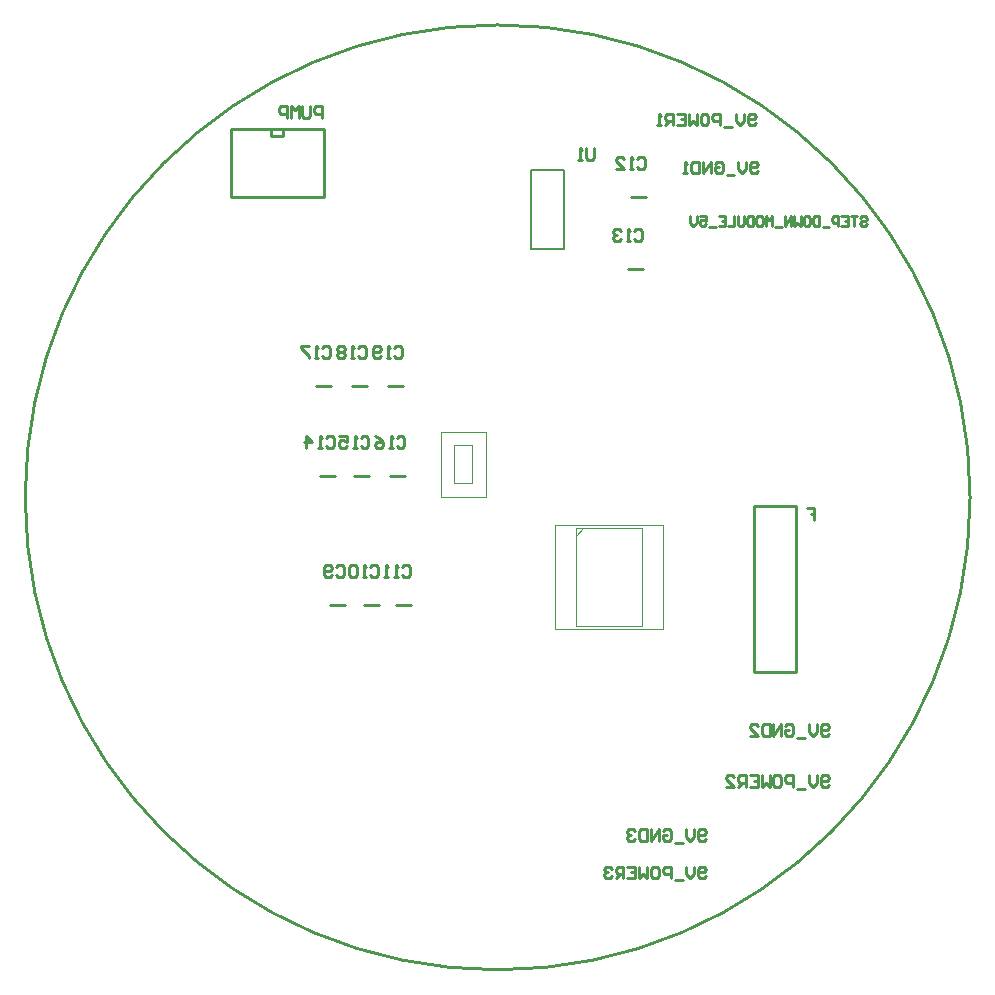
<source format=gbo>
G04*
G04 #@! TF.GenerationSoftware,Altium Limited,Altium Designer,18.1.7 (191)*
G04*
G04 Layer_Color=32896*
%FSLAX25Y25*%
%MOIN*%
G70*
G01*
G75*
%ADD10C,0.00394*%
%ADD11C,0.01000*%
%ADD13C,0.00787*%
%ADD14C,0.00197*%
D10*
X429047Y324799D02*
X434953D01*
Y312201D02*
Y324799D01*
X429047Y312201D02*
X434953D01*
X429047D02*
Y324799D01*
X469476Y297339D02*
X491524D01*
Y264661D02*
Y297339D01*
X469476Y264661D02*
X491524D01*
X469476D02*
Y297339D01*
Y294779D02*
X472035Y297339D01*
X424520Y329327D02*
X439480D01*
X424520Y307673D02*
Y329327D01*
Y307673D02*
X439480D01*
Y329327D01*
D11*
X488000Y407500D02*
X493000D01*
X487000Y383500D02*
X492000D01*
X407721Y314500D02*
X412720D01*
X409500Y271500D02*
X414500D01*
X399000D02*
X404000D01*
X387500D02*
X392500D01*
X395721Y314500D02*
X400721D01*
X384221D02*
X389220D01*
X407000Y344500D02*
X412000D01*
X395000D02*
X400000D01*
X383000D02*
X388000D01*
X372000Y428000D02*
Y430417D01*
X368032Y428000D02*
Y430417D01*
X371969Y428000D02*
X372000D01*
X368032D02*
X371969D01*
X356221Y430417D02*
X383780D01*
X356221Y407583D02*
X383780D01*
Y430417D02*
X385500D01*
Y407583D02*
Y430417D01*
X383780Y407583D02*
X385500D01*
X354500D02*
X356221D01*
X354500D02*
Y430417D01*
X356221D01*
X529000Y249441D02*
X543000D01*
X537750Y304559D02*
X541250D01*
X543000Y249441D02*
Y304559D01*
X529000Y249441D02*
Y304559D01*
X537750D01*
X541250D02*
X543000D01*
X475500Y424036D02*
Y420756D01*
X474844Y420100D01*
X473532D01*
X472876Y420756D01*
Y424036D01*
X471564Y420100D02*
X470252D01*
X470908D01*
Y424036D01*
X471564Y423380D01*
X564401Y400624D02*
X564926Y401149D01*
X565975D01*
X566500Y400624D01*
Y400099D01*
X565975Y399574D01*
X564926D01*
X564401Y399049D01*
Y398525D01*
X564926Y398000D01*
X565975D01*
X566500Y398525D01*
X563351Y401149D02*
X561252D01*
X562302D01*
Y398000D01*
X558104Y401149D02*
X560203D01*
Y398000D01*
X558104D01*
X560203Y399574D02*
X559153D01*
X557054Y398000D02*
Y401149D01*
X555480D01*
X554955Y400624D01*
Y399574D01*
X555480Y399049D01*
X557054D01*
X553906Y397475D02*
X551807D01*
X550757Y401149D02*
Y398000D01*
X549183D01*
X548658Y398525D01*
Y400624D01*
X549183Y401149D01*
X550757D01*
X546034D02*
X547084D01*
X547609Y400624D01*
Y398525D01*
X547084Y398000D01*
X546034D01*
X545509Y398525D01*
Y400624D01*
X546034Y401149D01*
X544460D02*
Y398000D01*
X543410Y399049D01*
X542361Y398000D01*
Y401149D01*
X541311Y398000D02*
Y401149D01*
X539212Y398000D01*
Y401149D01*
X538163Y397475D02*
X536064D01*
X535014Y398000D02*
Y401149D01*
X533965Y400099D01*
X532915Y401149D01*
Y398000D01*
X530291Y401149D02*
X531341D01*
X531866Y400624D01*
Y398525D01*
X531341Y398000D01*
X530291D01*
X529766Y398525D01*
Y400624D01*
X530291Y401149D01*
X528717D02*
Y398000D01*
X527143D01*
X526618Y398525D01*
Y400624D01*
X527143Y401149D01*
X528717D01*
X525568D02*
Y398525D01*
X525044Y398000D01*
X523994D01*
X523469Y398525D01*
Y401149D01*
X522420D02*
Y398000D01*
X520321D01*
X517172Y401149D02*
X519271D01*
Y398000D01*
X517172D01*
X519271Y399574D02*
X518222D01*
X516123Y397475D02*
X514023D01*
X510875Y401149D02*
X512974D01*
Y399574D01*
X511924Y400099D01*
X511400D01*
X510875Y399574D01*
Y398525D01*
X511400Y398000D01*
X512449D01*
X512974Y398525D01*
X509825Y401149D02*
Y399049D01*
X508776Y398000D01*
X507726Y399049D01*
Y401149D01*
X385000Y433900D02*
Y437836D01*
X383032D01*
X382376Y437180D01*
Y435868D01*
X383032Y435212D01*
X385000D01*
X381064Y437836D02*
Y434556D01*
X380408Y433900D01*
X379096D01*
X378440Y434556D01*
Y437836D01*
X377129Y433900D02*
Y437836D01*
X375817Y436524D01*
X374505Y437836D01*
Y433900D01*
X373193D02*
Y437836D01*
X371225D01*
X370569Y437180D01*
Y435868D01*
X371225Y435212D01*
X373193D01*
X546476Y304036D02*
X549100D01*
Y302068D01*
X547788D01*
X549100D01*
Y300100D01*
X409076Y357280D02*
X409732Y357936D01*
X411044D01*
X411700Y357280D01*
Y354656D01*
X411044Y354000D01*
X409732D01*
X409076Y354656D01*
X407764Y354000D02*
X406452D01*
X407108D01*
Y357936D01*
X407764Y357280D01*
X404485Y354656D02*
X403829Y354000D01*
X402517D01*
X401861Y354656D01*
Y357280D01*
X402517Y357936D01*
X403829D01*
X404485Y357280D01*
Y356624D01*
X403829Y355968D01*
X401861D01*
X397076Y357280D02*
X397732Y357936D01*
X399044D01*
X399700Y357280D01*
Y354656D01*
X399044Y354000D01*
X397732D01*
X397076Y354656D01*
X395764Y354000D02*
X394452D01*
X395108D01*
Y357936D01*
X395764Y357280D01*
X392484D02*
X391829Y357936D01*
X390517D01*
X389861Y357280D01*
Y356624D01*
X390517Y355968D01*
X389861Y355312D01*
Y354656D01*
X390517Y354000D01*
X391829D01*
X392484Y354656D01*
Y355312D01*
X391829Y355968D01*
X392484Y356624D01*
Y357280D01*
X391829Y355968D02*
X390517D01*
X385076Y357280D02*
X385732Y357936D01*
X387044D01*
X387700Y357280D01*
Y354656D01*
X387044Y354000D01*
X385732D01*
X385076Y354656D01*
X383764Y354000D02*
X382452D01*
X383108D01*
Y357936D01*
X383764Y357280D01*
X380485Y357936D02*
X377861D01*
Y357280D01*
X380485Y354656D01*
Y354000D01*
X409797Y327280D02*
X410453Y327936D01*
X411765D01*
X412421Y327280D01*
Y324656D01*
X411765Y324000D01*
X410453D01*
X409797Y324656D01*
X408485Y324000D02*
X407173D01*
X407829D01*
Y327936D01*
X408485Y327280D01*
X402581Y327936D02*
X403893Y327280D01*
X405205Y325968D01*
Y324656D01*
X404549Y324000D01*
X403237D01*
X402581Y324656D01*
Y325312D01*
X403237Y325968D01*
X405205D01*
X397797Y327280D02*
X398453Y327936D01*
X399765D01*
X400421Y327280D01*
Y324656D01*
X399765Y324000D01*
X398453D01*
X397797Y324656D01*
X396485Y324000D02*
X395173D01*
X395829D01*
Y327936D01*
X396485Y327280D01*
X390581Y327936D02*
X393205D01*
Y325968D01*
X391893Y326624D01*
X391237D01*
X390581Y325968D01*
Y324656D01*
X391237Y324000D01*
X392549D01*
X393205Y324656D01*
X386297Y327280D02*
X386953Y327936D01*
X388265D01*
X388920Y327280D01*
Y324656D01*
X388265Y324000D01*
X386953D01*
X386297Y324656D01*
X384985Y324000D02*
X383673D01*
X384329D01*
Y327936D01*
X384985Y327280D01*
X379737Y324000D02*
Y327936D01*
X381705Y325968D01*
X379081D01*
X489076Y396280D02*
X489732Y396936D01*
X491044D01*
X491700Y396280D01*
Y393656D01*
X491044Y393000D01*
X489732D01*
X489076Y393656D01*
X487764Y393000D02*
X486452D01*
X487108D01*
Y396936D01*
X487764Y396280D01*
X484484D02*
X483828Y396936D01*
X482517D01*
X481861Y396280D01*
Y395624D01*
X482517Y394968D01*
X483173D01*
X482517D01*
X481861Y394312D01*
Y393656D01*
X482517Y393000D01*
X483828D01*
X484484Y393656D01*
X490076Y420280D02*
X490732Y420936D01*
X492044D01*
X492700Y420280D01*
Y417656D01*
X492044Y417000D01*
X490732D01*
X490076Y417656D01*
X488764Y417000D02*
X487452D01*
X488108D01*
Y420936D01*
X488764Y420280D01*
X482861Y417000D02*
X485485D01*
X482861Y419624D01*
Y420280D01*
X483517Y420936D01*
X484829D01*
X485485Y420280D01*
X411576Y284280D02*
X412232Y284936D01*
X413544D01*
X414200Y284280D01*
Y281656D01*
X413544Y281000D01*
X412232D01*
X411576Y281656D01*
X410264Y281000D02*
X408952D01*
X409608D01*
Y284936D01*
X410264Y284280D01*
X406985Y281000D02*
X405673D01*
X406328D01*
Y284936D01*
X406985Y284280D01*
X401076D02*
X401732Y284936D01*
X403044D01*
X403700Y284280D01*
Y281656D01*
X403044Y281000D01*
X401732D01*
X401076Y281656D01*
X399764Y281000D02*
X398452D01*
X399108D01*
Y284936D01*
X399764Y284280D01*
X396484D02*
X395829Y284936D01*
X394517D01*
X393861Y284280D01*
Y281656D01*
X394517Y281000D01*
X395829D01*
X396484Y281656D01*
Y284280D01*
X389576D02*
X390232Y284936D01*
X391544D01*
X392200Y284280D01*
Y281656D01*
X391544Y281000D01*
X390232D01*
X389576Y281656D01*
X388264D02*
X387608Y281000D01*
X386296D01*
X385640Y281656D01*
Y284280D01*
X386296Y284936D01*
X387608D01*
X388264Y284280D01*
Y283624D01*
X387608Y282968D01*
X385640D01*
X513000Y181156D02*
X512344Y180500D01*
X511032D01*
X510376Y181156D01*
Y183780D01*
X511032Y184436D01*
X512344D01*
X513000Y183780D01*
Y183124D01*
X512344Y182468D01*
X510376D01*
X509064Y184436D02*
Y181812D01*
X507752Y180500D01*
X506440Y181812D01*
Y184436D01*
X505128Y179844D02*
X502505D01*
X501193Y180500D02*
Y184436D01*
X499225D01*
X498569Y183780D01*
Y182468D01*
X499225Y181812D01*
X501193D01*
X495289Y184436D02*
X496601D01*
X497257Y183780D01*
Y181156D01*
X496601Y180500D01*
X495289D01*
X494633Y181156D01*
Y183780D01*
X495289Y184436D01*
X493321D02*
Y180500D01*
X492009Y181812D01*
X490697Y180500D01*
Y184436D01*
X486762D02*
X489386D01*
Y180500D01*
X486762D01*
X489386Y182468D02*
X488074D01*
X485450Y180500D02*
Y184436D01*
X483482D01*
X482826Y183780D01*
Y182468D01*
X483482Y181812D01*
X485450D01*
X484138D02*
X482826Y180500D01*
X481514Y183780D02*
X480858Y184436D01*
X479546D01*
X478890Y183780D01*
Y183124D01*
X479546Y182468D01*
X480202D01*
X479546D01*
X478890Y181812D01*
Y181156D01*
X479546Y180500D01*
X480858D01*
X481514Y181156D01*
X553800Y211656D02*
X553144Y211000D01*
X551832D01*
X551176Y211656D01*
Y214280D01*
X551832Y214936D01*
X553144D01*
X553800Y214280D01*
Y213624D01*
X553144Y212968D01*
X551176D01*
X549864Y214936D02*
Y212312D01*
X548552Y211000D01*
X547240Y212312D01*
Y214936D01*
X545928Y210344D02*
X543305D01*
X541993Y211000D02*
Y214936D01*
X540025D01*
X539369Y214280D01*
Y212968D01*
X540025Y212312D01*
X541993D01*
X536089Y214936D02*
X537401D01*
X538057Y214280D01*
Y211656D01*
X537401Y211000D01*
X536089D01*
X535433Y211656D01*
Y214280D01*
X536089Y214936D01*
X534121D02*
Y211000D01*
X532809Y212312D01*
X531497Y211000D01*
Y214936D01*
X527562D02*
X530186D01*
Y211000D01*
X527562D01*
X530186Y212968D02*
X528874D01*
X526250Y211000D02*
Y214936D01*
X524282D01*
X523626Y214280D01*
Y212968D01*
X524282Y212312D01*
X526250D01*
X524938D02*
X523626Y211000D01*
X519690D02*
X522314D01*
X519690Y213624D01*
Y214280D01*
X520346Y214936D01*
X521658D01*
X522314Y214280D01*
X529500Y432156D02*
X528844Y431500D01*
X527532D01*
X526876Y432156D01*
Y434780D01*
X527532Y435436D01*
X528844D01*
X529500Y434780D01*
Y434124D01*
X528844Y433468D01*
X526876D01*
X525564Y435436D02*
Y432812D01*
X524252Y431500D01*
X522940Y432812D01*
Y435436D01*
X521629Y430844D02*
X519005D01*
X517693Y431500D02*
Y435436D01*
X515725D01*
X515069Y434780D01*
Y433468D01*
X515725Y432812D01*
X517693D01*
X511789Y435436D02*
X513101D01*
X513757Y434780D01*
Y432156D01*
X513101Y431500D01*
X511789D01*
X511133Y432156D01*
Y434780D01*
X511789Y435436D01*
X509821D02*
Y431500D01*
X508509Y432812D01*
X507198Y431500D01*
Y435436D01*
X503262D02*
X505886D01*
Y431500D01*
X503262D01*
X505886Y433468D02*
X504574D01*
X501950Y431500D02*
Y435436D01*
X499982D01*
X499326Y434780D01*
Y433468D01*
X499982Y432812D01*
X501950D01*
X500638D02*
X499326Y431500D01*
X498014D02*
X496702D01*
X497358D01*
Y435436D01*
X498014Y434780D01*
X513000Y193656D02*
X512344Y193000D01*
X511032D01*
X510376Y193656D01*
Y196280D01*
X511032Y196936D01*
X512344D01*
X513000Y196280D01*
Y195624D01*
X512344Y194968D01*
X510376D01*
X509064Y196936D02*
Y194312D01*
X507752Y193000D01*
X506440Y194312D01*
Y196936D01*
X505128Y192344D02*
X502505D01*
X498569Y196280D02*
X499225Y196936D01*
X500537D01*
X501193Y196280D01*
Y193656D01*
X500537Y193000D01*
X499225D01*
X498569Y193656D01*
Y194968D01*
X499881D01*
X497257Y193000D02*
Y196936D01*
X494633Y193000D01*
Y196936D01*
X493321D02*
Y193000D01*
X491353D01*
X490697Y193656D01*
Y196280D01*
X491353Y196936D01*
X493321D01*
X489386Y196280D02*
X488730Y196936D01*
X487418D01*
X486762Y196280D01*
Y195624D01*
X487418Y194968D01*
X488074D01*
X487418D01*
X486762Y194312D01*
Y193656D01*
X487418Y193000D01*
X488730D01*
X489386Y193656D01*
X553800Y228656D02*
X553144Y228000D01*
X551832D01*
X551176Y228656D01*
Y231280D01*
X551832Y231936D01*
X553144D01*
X553800Y231280D01*
Y230624D01*
X553144Y229968D01*
X551176D01*
X549864Y231936D02*
Y229312D01*
X548552Y228000D01*
X547240Y229312D01*
Y231936D01*
X545928Y227344D02*
X543305D01*
X539369Y231280D02*
X540025Y231936D01*
X541337D01*
X541993Y231280D01*
Y228656D01*
X541337Y228000D01*
X540025D01*
X539369Y228656D01*
Y229968D01*
X540681D01*
X538057Y228000D02*
Y231936D01*
X535433Y228000D01*
Y231936D01*
X534121D02*
Y228000D01*
X532153D01*
X531497Y228656D01*
Y231280D01*
X532153Y231936D01*
X534121D01*
X527562Y228000D02*
X530186D01*
X527562Y230624D01*
Y231280D01*
X528218Y231936D01*
X529530D01*
X530186Y231280D01*
X530300Y416156D02*
X529644Y415500D01*
X528332D01*
X527676Y416156D01*
Y418780D01*
X528332Y419436D01*
X529644D01*
X530300Y418780D01*
Y418124D01*
X529644Y417468D01*
X527676D01*
X526364Y419436D02*
Y416812D01*
X525052Y415500D01*
X523740Y416812D01*
Y419436D01*
X522429Y414844D02*
X519805D01*
X515869Y418780D02*
X516525Y419436D01*
X517837D01*
X518493Y418780D01*
Y416156D01*
X517837Y415500D01*
X516525D01*
X515869Y416156D01*
Y417468D01*
X517181D01*
X514557Y415500D02*
Y419436D01*
X511933Y415500D01*
Y419436D01*
X510621D02*
Y415500D01*
X508653D01*
X507998Y416156D01*
Y418780D01*
X508653Y419436D01*
X510621D01*
X506686Y415500D02*
X505374D01*
X506030D01*
Y419436D01*
X506686Y418780D01*
X600980Y307500D02*
G03*
X600980Y307500I-157480J0D01*
G01*
D13*
X454488Y390311D02*
X465512D01*
X454488Y416689D02*
X465512D01*
X454488Y390311D02*
Y416689D01*
X465512Y390311D02*
Y416689D01*
D14*
X462488Y298323D02*
X498512D01*
Y263677D02*
Y298323D01*
X462488Y263677D02*
X498512D01*
X462488D02*
Y298323D01*
M02*

</source>
